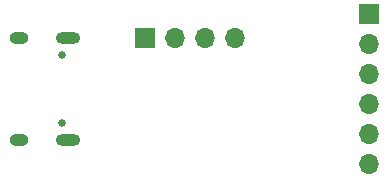
<source format=gbs>
G04 #@! TF.GenerationSoftware,KiCad,Pcbnew,9.0.1*
G04 #@! TF.CreationDate,2025-05-17T15:06:54+00:00*
G04 #@! TF.ProjectId,usb-uart,7573622d-7561-4727-942e-6b696361645f,rev?*
G04 #@! TF.SameCoordinates,Original*
G04 #@! TF.FileFunction,Soldermask,Bot*
G04 #@! TF.FilePolarity,Negative*
%FSLAX46Y46*%
G04 Gerber Fmt 4.6, Leading zero omitted, Abs format (unit mm)*
G04 Created by KiCad (PCBNEW 9.0.1) date 2025-05-17 15:06:54*
%MOMM*%
%LPD*%
G01*
G04 APERTURE LIST*
%ADD10R,1.700000X1.700000*%
%ADD11O,1.700000X1.700000*%
%ADD12C,0.650000*%
%ADD13O,2.100000X1.000000*%
%ADD14O,1.600000X1.000000*%
G04 APERTURE END LIST*
D10*
X129975000Y-78950000D03*
D11*
X129975000Y-81490000D03*
X129975000Y-84030000D03*
X129975000Y-86570000D03*
X129975000Y-89110000D03*
X129975000Y-91650000D03*
D10*
X111000000Y-81000000D03*
D11*
X113540000Y-81000000D03*
X116080000Y-81000000D03*
X118620000Y-81000000D03*
D12*
X103950000Y-82410000D03*
X103950000Y-88190000D03*
D13*
X104480000Y-80980000D03*
D14*
X100300000Y-80980000D03*
D13*
X104480000Y-89620000D03*
D14*
X100300000Y-89620000D03*
M02*

</source>
